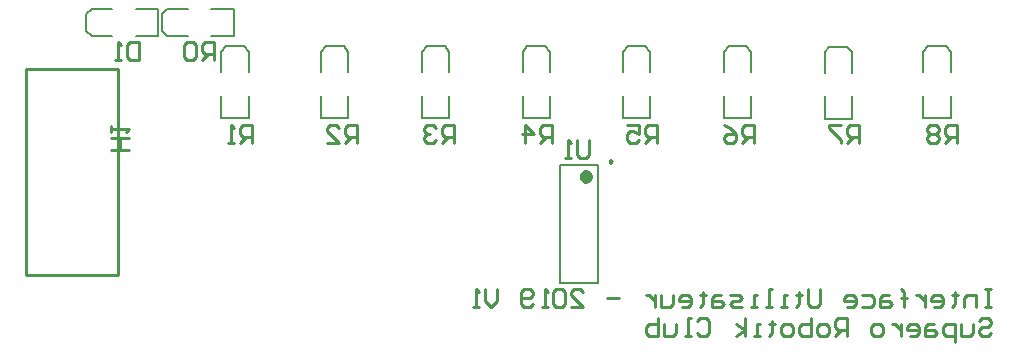
<source format=gbo>
G04 Layer_Color=32896*
%FSLAX25Y25*%
%MOIN*%
G70*
G01*
G75*
%ADD21C,0.01000*%
%ADD32C,0.00984*%
%ADD33C,0.02362*%
%ADD34C,0.00787*%
D21*
X35527Y23524D02*
Y91929D01*
X4622D02*
X35527D01*
X4622Y23524D02*
Y91929D01*
Y23524D02*
X35527D01*
X326500Y18595D02*
X324501D01*
X325500D01*
Y12597D01*
X326500D01*
X324501D01*
X321502D02*
Y16596D01*
X318503D01*
X317503Y15596D01*
Y12597D01*
X314504Y17595D02*
Y16596D01*
X315504D01*
X313504D01*
X314504D01*
Y13597D01*
X313504Y12597D01*
X307506D02*
X309506D01*
X310505Y13597D01*
Y15596D01*
X309506Y16596D01*
X307506D01*
X306506Y15596D01*
Y14596D01*
X310505D01*
X304507Y16596D02*
Y12597D01*
Y14596D01*
X303507Y15596D01*
X302508Y16596D01*
X301508D01*
X297509Y12597D02*
Y17595D01*
Y15596D01*
X298509D01*
X296510D01*
X297509D01*
Y17595D01*
X296510Y18595D01*
X292511Y16596D02*
X290512D01*
X289512Y15596D01*
Y12597D01*
X292511D01*
X293511Y13597D01*
X292511Y14596D01*
X289512D01*
X283514Y16596D02*
X286513D01*
X287513Y15596D01*
Y13597D01*
X286513Y12597D01*
X283514D01*
X278516D02*
X280515D01*
X281515Y13597D01*
Y15596D01*
X280515Y16596D01*
X278516D01*
X277516Y15596D01*
Y14596D01*
X281515D01*
X269518Y18595D02*
Y13597D01*
X268519Y12597D01*
X266519D01*
X265520Y13597D01*
Y18595D01*
X262521Y17595D02*
Y16596D01*
X263520D01*
X261521D01*
X262521D01*
Y13597D01*
X261521Y12597D01*
X258522D02*
X256523D01*
X257522D01*
Y16596D01*
X258522D01*
X253524Y12597D02*
X251524D01*
X252524D01*
Y18595D01*
X253524D01*
X248525Y12597D02*
X246526D01*
X247526D01*
Y16596D01*
X248525D01*
X243527Y12597D02*
X240528D01*
X239528Y13597D01*
X240528Y14596D01*
X242527D01*
X243527Y15596D01*
X242527Y16596D01*
X239528D01*
X236529D02*
X234530D01*
X233530Y15596D01*
Y12597D01*
X236529D01*
X237529Y13597D01*
X236529Y14596D01*
X233530D01*
X230531Y17595D02*
Y16596D01*
X231531D01*
X229531D01*
X230531D01*
Y13597D01*
X229531Y12597D01*
X223533D02*
X225533D01*
X226532Y13597D01*
Y15596D01*
X225533Y16596D01*
X223533D01*
X222534Y15596D01*
Y14596D01*
X226532D01*
X220534Y16596D02*
Y13597D01*
X219535Y12597D01*
X216536D01*
Y16596D01*
X214536D02*
Y12597D01*
Y14596D01*
X213537Y15596D01*
X212537Y16596D01*
X211537D01*
X202540Y15596D02*
X198541D01*
X186545Y12597D02*
X190544D01*
X186545Y16596D01*
Y17595D01*
X187545Y18595D01*
X189544D01*
X190544Y17595D01*
X184546D02*
X183546Y18595D01*
X181547D01*
X180547Y17595D01*
Y13597D01*
X181547Y12597D01*
X183546D01*
X184546Y13597D01*
Y17595D01*
X178548Y12597D02*
X176549D01*
X177548D01*
Y18595D01*
X178548Y17595D01*
X173549Y13597D02*
X172550Y12597D01*
X170551D01*
X169551Y13597D01*
Y17595D01*
X170551Y18595D01*
X172550D01*
X173549Y17595D01*
Y16596D01*
X172550Y15596D01*
X169551D01*
X161553Y18595D02*
Y14596D01*
X159554Y12597D01*
X157555Y14596D01*
Y18595D01*
X155555Y12597D02*
X153556D01*
X154556D01*
Y18595D01*
X155555Y17595D01*
X322501Y7998D02*
X323501Y8997D01*
X325500D01*
X326500Y7998D01*
Y6998D01*
X325500Y5998D01*
X323501D01*
X322501Y4999D01*
Y3999D01*
X323501Y2999D01*
X325500D01*
X326500Y3999D01*
X320502Y6998D02*
Y3999D01*
X319502Y2999D01*
X316503D01*
Y6998D01*
X314504Y1000D02*
Y6998D01*
X311505D01*
X310505Y5998D01*
Y3999D01*
X311505Y2999D01*
X314504D01*
X307506Y6998D02*
X305507D01*
X304507Y5998D01*
Y2999D01*
X307506D01*
X308506Y3999D01*
X307506Y4999D01*
X304507D01*
X299509Y2999D02*
X301508D01*
X302508Y3999D01*
Y5998D01*
X301508Y6998D01*
X299509D01*
X298509Y5998D01*
Y4999D01*
X302508D01*
X296510Y6998D02*
Y2999D01*
Y4999D01*
X295510Y5998D01*
X294510Y6998D01*
X293511D01*
X289512Y2999D02*
X287513D01*
X286513Y3999D01*
Y5998D01*
X287513Y6998D01*
X289512D01*
X290512Y5998D01*
Y3999D01*
X289512Y2999D01*
X278516D02*
Y8997D01*
X275517D01*
X274517Y7998D01*
Y5998D01*
X275517Y4999D01*
X278516D01*
X276516D02*
X274517Y2999D01*
X271518D02*
X269518D01*
X268519Y3999D01*
Y5998D01*
X269518Y6998D01*
X271518D01*
X272517Y5998D01*
Y3999D01*
X271518Y2999D01*
X266519Y8997D02*
Y2999D01*
X263520D01*
X262521Y3999D01*
Y4999D01*
Y5998D01*
X263520Y6998D01*
X266519D01*
X259522Y2999D02*
X257522D01*
X256523Y3999D01*
Y5998D01*
X257522Y6998D01*
X259522D01*
X260521Y5998D01*
Y3999D01*
X259522Y2999D01*
X253524Y7998D02*
Y6998D01*
X254523D01*
X252524D01*
X253524D01*
Y3999D01*
X252524Y2999D01*
X249525D02*
X247526D01*
X248525D01*
Y6998D01*
X249525D01*
X244527Y2999D02*
Y8997D01*
Y4999D02*
X241528Y6998D01*
X244527Y4999D02*
X241528Y2999D01*
X228532Y7998D02*
X229531Y8997D01*
X231531D01*
X232530Y7998D01*
Y3999D01*
X231531Y2999D01*
X229531D01*
X228532Y3999D01*
X226532Y2999D02*
X224533D01*
X225533D01*
Y8997D01*
X226532D01*
X221534Y6998D02*
Y3999D01*
X220534Y2999D01*
X217535D01*
Y6998D01*
X215536Y8997D02*
Y2999D01*
X212537D01*
X211537Y3999D01*
Y4999D01*
Y5998D01*
X212537Y6998D01*
X215536D01*
X80000Y67500D02*
Y73498D01*
X77001D01*
X76001Y72498D01*
Y70499D01*
X77001Y69499D01*
X80000D01*
X78001D02*
X76001Y67500D01*
X74002D02*
X72003D01*
X73002D01*
Y73498D01*
X74002Y72498D01*
X115000Y67500D02*
Y73498D01*
X112001D01*
X111001Y72498D01*
Y70499D01*
X112001Y69499D01*
X115000D01*
X113001D02*
X111001Y67500D01*
X105003D02*
X109002D01*
X105003Y71499D01*
Y72498D01*
X106003Y73498D01*
X108002D01*
X109002Y72498D01*
X147500Y67500D02*
Y73498D01*
X144501D01*
X143501Y72498D01*
Y70499D01*
X144501Y69499D01*
X147500D01*
X145501D02*
X143501Y67500D01*
X141502Y72498D02*
X140502Y73498D01*
X138503D01*
X137503Y72498D01*
Y71499D01*
X138503Y70499D01*
X139503D01*
X138503D01*
X137503Y69499D01*
Y68500D01*
X138503Y67500D01*
X140502D01*
X141502Y68500D01*
X180000Y67500D02*
Y73498D01*
X177001D01*
X176001Y72498D01*
Y70499D01*
X177001Y69499D01*
X180000D01*
X178001D02*
X176001Y67500D01*
X171003D02*
Y73498D01*
X174002Y70499D01*
X170003D01*
X215000Y67500D02*
Y73498D01*
X212001D01*
X211001Y72498D01*
Y70499D01*
X212001Y69499D01*
X215000D01*
X213001D02*
X211001Y67500D01*
X205003Y73498D02*
X209002D01*
Y70499D01*
X207003Y71499D01*
X206003D01*
X205003Y70499D01*
Y68500D01*
X206003Y67500D01*
X208002D01*
X209002Y68500D01*
X247500Y67500D02*
Y73498D01*
X244501D01*
X243501Y72498D01*
Y70499D01*
X244501Y69499D01*
X247500D01*
X245501D02*
X243501Y67500D01*
X237503Y73498D02*
X239503Y72498D01*
X241502Y70499D01*
Y68500D01*
X240502Y67500D01*
X238503D01*
X237503Y68500D01*
Y69499D01*
X238503Y70499D01*
X241502D01*
X282500Y67500D02*
Y73498D01*
X279501D01*
X278501Y72498D01*
Y70499D01*
X279501Y69499D01*
X282500D01*
X280501D02*
X278501Y67500D01*
X276502Y73498D02*
X272503D01*
Y72498D01*
X276502Y68500D01*
Y67500D01*
X315000D02*
Y73498D01*
X312001D01*
X311001Y72498D01*
Y70499D01*
X312001Y69499D01*
X315000D01*
X313001D02*
X311001Y67500D01*
X309002Y72498D02*
X308002Y73498D01*
X306003D01*
X305003Y72498D01*
Y71499D01*
X306003Y70499D01*
X305003Y69499D01*
Y68500D01*
X306003Y67500D01*
X308002D01*
X309002Y68500D01*
Y69499D01*
X308002Y70499D01*
X309002Y71499D01*
Y72498D01*
X308002Y70499D02*
X306003D01*
X192500Y68498D02*
Y63500D01*
X191500Y62500D01*
X189501D01*
X188501Y63500D01*
Y68498D01*
X186502Y62500D02*
X184503D01*
X185502D01*
Y68498D01*
X186502Y67498D01*
X39204Y65166D02*
X33206D01*
X36205D01*
Y69165D01*
X39204D01*
X33206D01*
Y71164D02*
Y73163D01*
Y72164D01*
X39204D01*
X38204Y71164D01*
X42362Y100998D02*
Y95000D01*
X39363D01*
X38364Y96000D01*
Y99998D01*
X39363Y100998D01*
X42362D01*
X36364Y95000D02*
X34365D01*
X35364D01*
Y100998D01*
X36364Y99998D01*
X67500Y95000D02*
Y100998D01*
X64501D01*
X63501Y99998D01*
Y97999D01*
X64501Y96999D01*
X67500D01*
X65501D02*
X63501Y95000D01*
X61502Y99998D02*
X60502Y100998D01*
X58503D01*
X57503Y99998D01*
Y96000D01*
X58503Y95000D01*
X60502D01*
X61502Y96000D01*
Y99998D01*
D32*
X200199Y61257D02*
X199461Y61683D01*
Y60830D01*
X200199Y61257D01*
D33*
X192522Y56158D02*
X192077Y57082D01*
X191078Y57310D01*
X190277Y56671D01*
Y55646D01*
X191078Y55007D01*
X192077Y55235D01*
X192522Y56158D01*
D34*
X195278Y20725D02*
Y60095D01*
X182679Y20725D02*
Y60095D01*
X195278D01*
X182679Y20725D02*
X195278D01*
X66437Y102972D02*
X73917D01*
X66437Y112028D02*
X73917D01*
Y102972D02*
Y112028D01*
X49902Y104547D02*
Y110453D01*
X51870Y102972D02*
X58563D01*
X49902Y110453D02*
X51870Y112028D01*
X49902Y104547D02*
X51870Y102972D01*
X51870Y112028D02*
X58563D01*
X41299Y102972D02*
X48779D01*
X41299Y112028D02*
X48779D01*
Y102972D02*
Y112028D01*
X24764Y104547D02*
Y110453D01*
X26732Y102972D02*
X33425D01*
X24764Y110453D02*
X26732Y112028D01*
X24764Y104547D02*
X26732Y102972D01*
X26732Y112028D02*
X33425D01*
X69851Y75693D02*
Y83173D01*
X78906Y75693D02*
Y83173D01*
X69851Y75693D02*
X78906D01*
X71426Y99709D02*
X77332D01*
X69851Y91047D02*
Y97740D01*
X77332Y99709D02*
X78906Y97740D01*
X69851D02*
X71426Y99709D01*
X78906Y91047D02*
Y97740D01*
X103151Y75693D02*
Y83173D01*
X112206Y75693D02*
Y83173D01*
X103151Y75693D02*
X112206D01*
X104726Y99709D02*
X110632D01*
X103151Y91047D02*
Y97740D01*
X110632Y99709D02*
X112206Y97740D01*
X103151D02*
X104726Y99709D01*
X112206Y91047D02*
Y97740D01*
X136751Y75693D02*
Y83173D01*
X145806Y75693D02*
Y83173D01*
X136751Y75693D02*
X145806D01*
X138326Y99709D02*
X144231D01*
X136751Y91047D02*
Y97740D01*
X144231Y99709D02*
X145806Y97740D01*
X136751D02*
X138326Y99709D01*
X145806Y91047D02*
Y97740D01*
X170251Y75693D02*
Y83173D01*
X179306Y75693D02*
Y83173D01*
X170251Y75693D02*
X179306D01*
X171826Y99709D02*
X177732D01*
X170251Y91047D02*
Y97740D01*
X177732Y99709D02*
X179306Y97740D01*
X170251D02*
X171826Y99709D01*
X179306Y91047D02*
Y97740D01*
X203651Y75693D02*
Y83173D01*
X212706Y75693D02*
Y83173D01*
X203651Y75693D02*
X212706D01*
X205226Y99709D02*
X211132D01*
X203651Y91047D02*
Y97740D01*
X211132Y99709D02*
X212706Y97740D01*
X203651D02*
X205226Y99709D01*
X212706Y91047D02*
Y97740D01*
X237351Y75693D02*
Y83173D01*
X246406Y75693D02*
Y83173D01*
X237351Y75693D02*
X246406D01*
X238926Y99709D02*
X244831D01*
X237351Y91047D02*
Y97740D01*
X244831Y99709D02*
X246406Y97740D01*
X237351D02*
X238926Y99709D01*
X246406Y91047D02*
Y97740D01*
X270951Y75493D02*
Y82973D01*
X280006Y75493D02*
Y82973D01*
X270951Y75493D02*
X280006D01*
X272526Y99509D02*
X278432D01*
X270951Y90847D02*
Y97540D01*
X278432Y99509D02*
X280006Y97540D01*
X270951D02*
X272526Y99509D01*
X280006Y90847D02*
Y97540D01*
X303851Y75693D02*
Y83173D01*
X312906Y75693D02*
Y83173D01*
X303851Y75693D02*
X312906D01*
X305426Y99709D02*
X311332D01*
X303851Y91047D02*
Y97740D01*
X311332Y99709D02*
X312906Y97740D01*
X303851D02*
X305426Y99709D01*
X312906Y91047D02*
Y97740D01*
M02*

</source>
